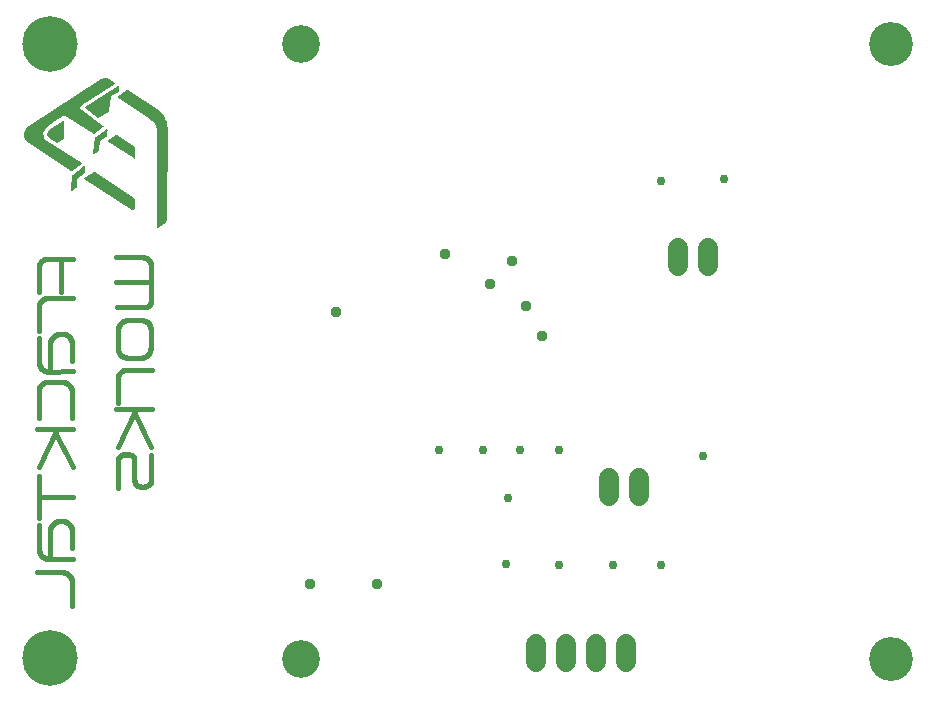
<source format=gbr>
G04 EAGLE Gerber RS-274X export*
G75*
%MOMM*%
%FSLAX34Y34*%
%LPD*%
%INSoldermask Bottom*%
%IPPOS*%
%AMOC8*
5,1,8,0,0,1.08239X$1,22.5*%
G01*
%ADD10C,4.703294*%
%ADD11C,3.712694*%
%ADD12C,3.203194*%
%ADD13C,1.727200*%
%ADD14C,0.406400*%
%ADD15C,0.762000*%
%ADD16C,0.959600*%

G36*
X179343Y552588D02*
X179343Y552588D01*
X179409Y552587D01*
X179431Y552597D01*
X179449Y552599D01*
X179482Y552620D01*
X179541Y552646D01*
X187923Y558488D01*
X187948Y558516D01*
X187980Y558536D01*
X188006Y558579D01*
X188039Y558617D01*
X188049Y558653D01*
X188068Y558685D01*
X188072Y558735D01*
X188086Y558784D01*
X188079Y558820D01*
X188082Y558858D01*
X188063Y558904D01*
X188054Y558954D01*
X188031Y558984D01*
X188017Y559018D01*
X187972Y559062D01*
X187949Y559092D01*
X187931Y559101D01*
X187913Y559119D01*
X158973Y577905D01*
X157876Y578776D01*
X156976Y579825D01*
X156292Y581026D01*
X155848Y582334D01*
X155661Y583703D01*
X155736Y585083D01*
X156072Y586424D01*
X156656Y587676D01*
X157467Y588795D01*
X158483Y589746D01*
X165363Y594600D01*
X172632Y598843D01*
X173214Y599070D01*
X173818Y599160D01*
X174428Y599114D01*
X175011Y598932D01*
X175571Y598607D01*
X198172Y584386D01*
X198232Y584365D01*
X198289Y584337D01*
X198313Y584338D01*
X198335Y584330D01*
X198399Y584338D01*
X198462Y584338D01*
X198486Y584349D01*
X198507Y584352D01*
X198539Y584373D01*
X198594Y584398D01*
X206468Y589986D01*
X206484Y590004D01*
X206505Y590016D01*
X206541Y590068D01*
X206583Y590116D01*
X206589Y590139D01*
X206603Y590159D01*
X206611Y590222D01*
X206628Y590283D01*
X206623Y590307D01*
X206627Y590330D01*
X206607Y590391D01*
X206594Y590453D01*
X206580Y590472D01*
X206572Y590495D01*
X206510Y590562D01*
X206489Y590590D01*
X206481Y590594D01*
X206474Y590602D01*
X187941Y604311D01*
X187465Y604707D01*
X187124Y605179D01*
X186910Y605720D01*
X186838Y606298D01*
X186910Y606876D01*
X187124Y607417D01*
X187465Y607889D01*
X187930Y608276D01*
X216358Y626297D01*
X216382Y626321D01*
X216412Y626338D01*
X216442Y626382D01*
X216479Y626421D01*
X216490Y626453D01*
X216509Y626482D01*
X216516Y626534D01*
X216533Y626585D01*
X216528Y626619D01*
X216533Y626653D01*
X216516Y626704D01*
X216508Y626757D01*
X216489Y626785D01*
X216478Y626818D01*
X216432Y626867D01*
X216410Y626899D01*
X216395Y626908D01*
X216380Y626924D01*
X211554Y630480D01*
X211536Y630488D01*
X211518Y630503D01*
X210490Y631096D01*
X210456Y631106D01*
X210411Y631130D01*
X209277Y631479D01*
X209242Y631481D01*
X209193Y631495D01*
X208010Y631582D01*
X207975Y631577D01*
X207924Y631579D01*
X206751Y631401D01*
X206719Y631388D01*
X206669Y631379D01*
X205564Y630944D01*
X205536Y630924D01*
X205489Y630904D01*
X204514Y630237D01*
X143050Y590616D01*
X143038Y590603D01*
X143019Y590593D01*
X141737Y589573D01*
X141718Y589548D01*
X141682Y589519D01*
X140634Y588260D01*
X140619Y588231D01*
X140590Y588196D01*
X139818Y586750D01*
X139810Y586719D01*
X139789Y586679D01*
X139325Y585108D01*
X139323Y585075D01*
X139311Y585032D01*
X139174Y583399D01*
X139179Y583367D01*
X139176Y583321D01*
X139372Y581695D01*
X139384Y581665D01*
X139390Y581619D01*
X139911Y580066D01*
X139928Y580039D01*
X139943Y579996D01*
X140768Y578580D01*
X140791Y578557D01*
X140814Y578518D01*
X141909Y577299D01*
X141935Y577280D01*
X141966Y577247D01*
X143284Y576274D01*
X143293Y576270D01*
X143301Y576263D01*
X179115Y552641D01*
X179177Y552618D01*
X179236Y552588D01*
X179257Y552588D01*
X179277Y552581D01*
X179343Y552588D01*
G37*
G36*
X252222Y504328D02*
X252222Y504328D01*
X252295Y504325D01*
X252310Y504331D01*
X252323Y504331D01*
X252357Y504350D01*
X252429Y504379D01*
X257509Y507681D01*
X257522Y507695D01*
X257543Y507706D01*
X258595Y508567D01*
X258616Y508594D01*
X258653Y508627D01*
X259493Y509696D01*
X259507Y509727D01*
X259537Y509767D01*
X260123Y510993D01*
X260130Y511027D01*
X260151Y511072D01*
X260456Y512397D01*
X260456Y512431D01*
X260466Y512480D01*
X260476Y513839D01*
X260476Y513840D01*
X260476Y513841D01*
X260730Y588771D01*
X260727Y588783D01*
X260729Y588798D01*
X260534Y591605D01*
X260527Y591628D01*
X260527Y591660D01*
X259927Y594409D01*
X259916Y594431D01*
X259911Y594462D01*
X258919Y597095D01*
X258906Y597115D01*
X258896Y597145D01*
X257532Y599607D01*
X257516Y599625D01*
X257502Y599653D01*
X255797Y601891D01*
X255784Y601901D01*
X255777Y601915D01*
X255768Y601921D01*
X255760Y601933D01*
X253748Y603899D01*
X253727Y603912D01*
X253706Y603935D01*
X251430Y605590D01*
X251422Y605593D01*
X251415Y605600D01*
X227031Y621602D01*
X226971Y621624D01*
X226915Y621653D01*
X226891Y621653D01*
X226868Y621661D01*
X226805Y621655D01*
X226742Y621656D01*
X226717Y621645D01*
X226696Y621643D01*
X226664Y621622D01*
X226609Y621599D01*
X217973Y615757D01*
X217947Y615728D01*
X217914Y615708D01*
X217889Y615666D01*
X217855Y615630D01*
X217844Y615593D01*
X217824Y615559D01*
X217820Y615510D01*
X217806Y615464D01*
X217813Y615425D01*
X217810Y615387D01*
X217828Y615341D01*
X217836Y615293D01*
X217859Y615262D01*
X217873Y615226D01*
X217916Y615184D01*
X217939Y615153D01*
X217958Y615143D01*
X217977Y615124D01*
X246158Y596591D01*
X247753Y595350D01*
X249120Y593883D01*
X250237Y592218D01*
X251075Y590397D01*
X251615Y588465D01*
X251842Y586465D01*
X251842Y504698D01*
X251858Y504627D01*
X251870Y504555D01*
X251878Y504543D01*
X251881Y504529D01*
X251928Y504473D01*
X251969Y504414D01*
X251982Y504407D01*
X251991Y504396D01*
X252058Y504366D01*
X252122Y504331D01*
X252136Y504331D01*
X252150Y504325D01*
X252222Y504328D01*
G37*
G36*
X231550Y519412D02*
X231550Y519412D01*
X231648Y519422D01*
X231975Y519519D01*
X232003Y519535D01*
X232092Y519578D01*
X232366Y519780D01*
X232387Y519805D01*
X232456Y519875D01*
X232645Y520158D01*
X232656Y520189D01*
X232698Y520278D01*
X232779Y520609D01*
X232780Y520645D01*
X232790Y520700D01*
X232790Y529336D01*
X232784Y529363D01*
X232786Y529391D01*
X232764Y529446D01*
X232751Y529505D01*
X232733Y529526D01*
X232723Y529552D01*
X232665Y529609D01*
X232641Y529638D01*
X232630Y529643D01*
X232619Y529654D01*
X199091Y551752D01*
X199037Y551772D01*
X198986Y551800D01*
X198956Y551801D01*
X198929Y551811D01*
X198871Y551805D01*
X198813Y551808D01*
X198781Y551796D01*
X198756Y551793D01*
X198727Y551774D01*
X198678Y551755D01*
X190296Y546421D01*
X190264Y546388D01*
X190226Y546364D01*
X190204Y546327D01*
X190175Y546297D01*
X190161Y546254D01*
X190138Y546215D01*
X190134Y546172D01*
X190121Y546132D01*
X190128Y546087D01*
X190124Y546042D01*
X190140Y546003D01*
X190146Y545961D01*
X190172Y545923D01*
X190189Y545881D01*
X190225Y545846D01*
X190245Y545818D01*
X190268Y545805D01*
X190293Y545781D01*
X230679Y519619D01*
X230706Y519609D01*
X230737Y519588D01*
X231051Y519455D01*
X231083Y519449D01*
X231178Y519425D01*
X231518Y519406D01*
X231550Y519412D01*
G37*
G36*
X202027Y597551D02*
X202027Y597551D01*
X202083Y597555D01*
X202146Y597580D01*
X202189Y597591D01*
X202216Y597610D01*
X202256Y597626D01*
X211146Y602960D01*
X211208Y603014D01*
X211275Y603062D01*
X211292Y603087D01*
X211315Y603108D01*
X211354Y603180D01*
X211400Y603248D01*
X211409Y603281D01*
X211422Y603305D01*
X211429Y603353D01*
X211450Y603428D01*
X212937Y615826D01*
X219410Y619857D01*
X219412Y619858D01*
X219413Y619859D01*
X219444Y619887D01*
X219447Y619888D01*
X219450Y619892D01*
X219495Y619933D01*
X219577Y620007D01*
X219578Y620009D01*
X219579Y620010D01*
X219630Y620109D01*
X219680Y620206D01*
X219681Y620208D01*
X219682Y620210D01*
X219709Y620395D01*
X219709Y624078D01*
X219706Y624098D01*
X219708Y624118D01*
X219686Y624208D01*
X219670Y624299D01*
X219659Y624316D01*
X219655Y624336D01*
X219603Y624412D01*
X219555Y624492D01*
X219540Y624505D01*
X219529Y624521D01*
X219453Y624575D01*
X219381Y624633D01*
X219362Y624640D01*
X219346Y624652D01*
X219256Y624676D01*
X219169Y624705D01*
X219149Y624705D01*
X219129Y624710D01*
X219037Y624701D01*
X218944Y624699D01*
X218926Y624691D01*
X218906Y624689D01*
X218746Y624618D01*
X218737Y624614D01*
X218736Y624614D01*
X218735Y624613D01*
X190795Y606833D01*
X190745Y606788D01*
X190690Y606750D01*
X190664Y606712D01*
X190630Y606681D01*
X190599Y606621D01*
X190561Y606567D01*
X190549Y606522D01*
X190528Y606481D01*
X190520Y606415D01*
X190503Y606350D01*
X190507Y606304D01*
X190502Y606258D01*
X190518Y606193D01*
X190524Y606127D01*
X190544Y606085D01*
X190555Y606040D01*
X190593Y605985D01*
X190622Y605925D01*
X190660Y605887D01*
X190681Y605855D01*
X190714Y605831D01*
X190754Y605791D01*
X201549Y597663D01*
X201599Y597638D01*
X201644Y597604D01*
X201698Y597588D01*
X201749Y597562D01*
X201805Y597556D01*
X201859Y597540D01*
X201916Y597543D01*
X201972Y597537D01*
X202027Y597551D01*
G37*
G36*
X232950Y563257D02*
X232950Y563257D01*
X233019Y563259D01*
X233035Y563268D01*
X233054Y563271D01*
X233111Y563309D01*
X233171Y563342D01*
X233182Y563357D01*
X233197Y563368D01*
X233231Y563428D01*
X233271Y563484D01*
X233275Y563504D01*
X233283Y563518D01*
X233285Y563557D01*
X233298Y563626D01*
X233298Y573024D01*
X233292Y573052D01*
X233294Y573080D01*
X233272Y573135D01*
X233259Y573193D01*
X233241Y573215D01*
X233230Y573241D01*
X233173Y573297D01*
X233149Y573326D01*
X233137Y573331D01*
X233127Y573342D01*
X217633Y583502D01*
X217577Y583522D01*
X217526Y583550D01*
X217497Y583552D01*
X217470Y583561D01*
X217411Y583555D01*
X217352Y583557D01*
X217322Y583545D01*
X217298Y583543D01*
X217268Y583523D01*
X217218Y583504D01*
X209344Y578424D01*
X209311Y578389D01*
X209271Y578362D01*
X209251Y578328D01*
X209224Y578299D01*
X209209Y578253D01*
X209185Y578212D01*
X209183Y578172D01*
X209171Y578134D01*
X209178Y578086D01*
X209175Y578039D01*
X209191Y578002D01*
X209197Y577963D01*
X209225Y577923D01*
X209243Y577879D01*
X209278Y577847D01*
X209296Y577821D01*
X209321Y577807D01*
X209350Y577781D01*
X232718Y563303D01*
X232783Y563281D01*
X232846Y563253D01*
X232864Y563253D01*
X232882Y563247D01*
X232950Y563257D01*
G37*
G36*
X167370Y576343D02*
X167370Y576343D01*
X167417Y576347D01*
X167493Y576379D01*
X167541Y576393D01*
X167560Y576407D01*
X167589Y576419D01*
X172796Y579594D01*
X172802Y579600D01*
X172809Y579603D01*
X172841Y579633D01*
X172874Y579652D01*
X172907Y579693D01*
X172964Y579743D01*
X172968Y579750D01*
X172973Y579755D01*
X172998Y579805D01*
X173015Y579826D01*
X173028Y579863D01*
X173070Y579941D01*
X173071Y579949D01*
X173074Y579956D01*
X173085Y580031D01*
X173087Y580039D01*
X173087Y580047D01*
X173100Y580142D01*
X172973Y594747D01*
X172967Y594779D01*
X172969Y594812D01*
X172960Y594843D01*
X172960Y594851D01*
X172952Y594870D01*
X172946Y594889D01*
X172932Y594967D01*
X172915Y594995D01*
X172905Y595027D01*
X172857Y595091D01*
X172816Y595159D01*
X172790Y595180D01*
X172770Y595206D01*
X172703Y595249D01*
X172640Y595299D01*
X172609Y595309D01*
X172581Y595327D01*
X172503Y595344D01*
X172427Y595369D01*
X172394Y595368D01*
X172362Y595375D01*
X172283Y595364D01*
X172203Y595361D01*
X172173Y595348D01*
X172140Y595343D01*
X172040Y595293D01*
X171996Y595274D01*
X171987Y595266D01*
X171973Y595259D01*
X160670Y587258D01*
X160648Y587236D01*
X160614Y587214D01*
X160017Y586683D01*
X159987Y586643D01*
X159916Y586568D01*
X159463Y585910D01*
X159443Y585864D01*
X159393Y585775D01*
X159110Y585027D01*
X159101Y584978D01*
X159074Y584879D01*
X158978Y584086D01*
X158980Y584036D01*
X158978Y583933D01*
X159074Y583140D01*
X159088Y583092D01*
X159110Y582992D01*
X159393Y582244D01*
X159418Y582201D01*
X159463Y582109D01*
X159916Y581451D01*
X159952Y581415D01*
X160017Y581336D01*
X160614Y580805D01*
X160642Y580788D01*
X160674Y580758D01*
X166897Y576440D01*
X166940Y576421D01*
X166977Y576393D01*
X167041Y576374D01*
X167101Y576347D01*
X167148Y576343D01*
X167193Y576330D01*
X167259Y576335D01*
X167325Y576330D01*
X167370Y576343D01*
G37*
G36*
X179602Y535694D02*
X179602Y535694D01*
X179647Y535691D01*
X179712Y535710D01*
X179780Y535720D01*
X179826Y535743D01*
X179862Y535754D01*
X179895Y535778D01*
X179947Y535805D01*
X183503Y538345D01*
X183522Y538365D01*
X183544Y538378D01*
X183565Y538403D01*
X183597Y538427D01*
X183624Y538469D01*
X183659Y538506D01*
X183673Y538537D01*
X183685Y538552D01*
X183694Y538576D01*
X183719Y538615D01*
X183733Y538673D01*
X183750Y538711D01*
X183752Y538748D01*
X183756Y538760D01*
X183757Y538764D01*
X183757Y538766D01*
X183765Y538797D01*
X184499Y546017D01*
X190758Y550803D01*
X190809Y550859D01*
X190866Y550909D01*
X190884Y550941D01*
X190910Y550969D01*
X190938Y551039D01*
X190974Y551105D01*
X190982Y551147D01*
X190994Y551177D01*
X190995Y551222D01*
X191007Y551290D01*
X191134Y555989D01*
X191127Y556033D01*
X191130Y556078D01*
X191120Y556112D01*
X191120Y556113D01*
X191118Y556117D01*
X191111Y556143D01*
X191100Y556211D01*
X191079Y556250D01*
X191066Y556293D01*
X191025Y556347D01*
X190992Y556407D01*
X190957Y556436D01*
X190930Y556472D01*
X190873Y556509D01*
X190821Y556553D01*
X190779Y556568D01*
X190741Y556593D01*
X190675Y556607D01*
X190611Y556631D01*
X190566Y556630D01*
X190522Y556640D01*
X190454Y556630D01*
X190386Y556630D01*
X190344Y556614D01*
X190300Y556608D01*
X190223Y556569D01*
X190176Y556551D01*
X190159Y556536D01*
X190133Y556523D01*
X180481Y549665D01*
X180436Y549619D01*
X180384Y549581D01*
X180358Y549540D01*
X180324Y549505D01*
X180297Y549446D01*
X180263Y549392D01*
X180249Y549337D01*
X180232Y549300D01*
X180230Y549262D01*
X180217Y549211D01*
X178947Y536384D01*
X178952Y536316D01*
X178948Y536247D01*
X178961Y536205D01*
X178965Y536160D01*
X178993Y536098D01*
X179013Y536033D01*
X179040Y535997D01*
X179059Y535956D01*
X179108Y535908D01*
X179149Y535854D01*
X179187Y535830D01*
X179219Y535798D01*
X179281Y535770D01*
X179338Y535734D01*
X179382Y535724D01*
X179423Y535706D01*
X179491Y535701D01*
X179558Y535687D01*
X179602Y535694D01*
G37*
G36*
X198377Y567189D02*
X198377Y567189D01*
X198421Y567185D01*
X198488Y567202D01*
X198556Y567209D01*
X198603Y567231D01*
X198639Y567241D01*
X198673Y567264D01*
X198726Y567289D01*
X202536Y569829D01*
X202563Y569856D01*
X202594Y569874D01*
X202610Y569894D01*
X202637Y569913D01*
X202664Y569952D01*
X202698Y569985D01*
X202718Y570026D01*
X202735Y570048D01*
X202741Y570066D01*
X202763Y570099D01*
X202778Y570152D01*
X202795Y570187D01*
X202799Y570226D01*
X202814Y570280D01*
X203793Y578239D01*
X208877Y581507D01*
X208924Y581551D01*
X208977Y581587D01*
X209005Y581627D01*
X209041Y581660D01*
X209070Y581718D01*
X209107Y581770D01*
X209124Y581824D01*
X209142Y581861D01*
X209146Y581899D01*
X209162Y581949D01*
X209679Y585482D01*
X209924Y587156D01*
X209921Y587229D01*
X209928Y587301D01*
X209918Y587340D01*
X209916Y587380D01*
X209889Y587448D01*
X209870Y587518D01*
X209847Y587551D01*
X209831Y587588D01*
X209782Y587642D01*
X209740Y587701D01*
X209707Y587724D01*
X209679Y587753D01*
X209615Y587786D01*
X209555Y587827D01*
X209515Y587837D01*
X209480Y587855D01*
X209407Y587864D01*
X209337Y587881D01*
X209297Y587876D01*
X209257Y587881D01*
X209186Y587864D01*
X209114Y587856D01*
X209072Y587836D01*
X209039Y587828D01*
X209002Y587803D01*
X208944Y587776D01*
X199800Y581680D01*
X199755Y581636D01*
X199703Y581600D01*
X199675Y581559D01*
X199638Y581524D01*
X199611Y581468D01*
X199575Y581416D01*
X199559Y581359D01*
X199541Y581322D01*
X199538Y581285D01*
X199523Y581236D01*
X197745Y567901D01*
X197748Y567832D01*
X197742Y567764D01*
X197753Y567721D01*
X197755Y567677D01*
X197782Y567614D01*
X197800Y567547D01*
X197826Y567511D01*
X197843Y567470D01*
X197890Y567420D01*
X197930Y567364D01*
X197967Y567339D01*
X197997Y567307D01*
X198059Y567276D01*
X198115Y567238D01*
X198158Y567227D01*
X198198Y567208D01*
X198267Y567201D01*
X198333Y567184D01*
X198377Y567189D01*
G37*
D10*
X161290Y659892D03*
X161290Y139954D03*
D11*
X873633Y139827D03*
X873506Y659943D03*
D12*
X373634Y659892D03*
X373634Y139827D03*
D13*
X623697Y136576D02*
X623697Y151816D01*
X598297Y151816D02*
X598297Y136576D01*
X572897Y136576D02*
X572897Y151816D01*
X649097Y151816D02*
X649097Y136576D01*
X692912Y472440D02*
X692912Y487680D01*
X718312Y487680D02*
X718312Y472440D01*
X634746Y292354D02*
X634746Y277114D01*
X660146Y277114D02*
X660146Y292354D01*
D14*
X151892Y450342D02*
X151638Y469900D01*
X151638Y470662D01*
X151640Y470846D01*
X151647Y471030D01*
X151658Y471214D01*
X151674Y471397D01*
X151694Y471580D01*
X151718Y471763D01*
X151747Y471945D01*
X151780Y472126D01*
X151818Y472306D01*
X151859Y472486D01*
X151906Y472664D01*
X151956Y472841D01*
X152011Y473017D01*
X152070Y473191D01*
X152133Y473364D01*
X152201Y473535D01*
X152272Y473705D01*
X152348Y473873D01*
X152427Y474039D01*
X152511Y474203D01*
X152598Y474365D01*
X152690Y474525D01*
X152785Y474683D01*
X152884Y474838D01*
X152987Y474991D01*
X153093Y475141D01*
X153203Y475289D01*
X153317Y475434D01*
X153434Y475576D01*
X153554Y475715D01*
X153678Y475851D01*
X153805Y475985D01*
X153935Y476115D01*
X154069Y476242D01*
X154205Y476366D01*
X154344Y476486D01*
X154486Y476603D01*
X154631Y476717D01*
X154779Y476827D01*
X154929Y476933D01*
X155082Y477036D01*
X155237Y477135D01*
X155395Y477230D01*
X155555Y477322D01*
X155717Y477409D01*
X155881Y477493D01*
X156047Y477572D01*
X156215Y477648D01*
X156385Y477719D01*
X156556Y477787D01*
X156729Y477850D01*
X156903Y477909D01*
X157079Y477964D01*
X157256Y478014D01*
X157434Y478061D01*
X157614Y478102D01*
X157794Y478140D01*
X157975Y478173D01*
X158157Y478202D01*
X158340Y478226D01*
X158523Y478246D01*
X158706Y478262D01*
X158890Y478273D01*
X159074Y478280D01*
X159258Y478282D01*
X180594Y478282D01*
X170180Y475996D02*
X170180Y450342D01*
X151638Y437134D02*
X151638Y417576D01*
X151638Y437134D02*
X151640Y437331D01*
X151648Y437529D01*
X151660Y437725D01*
X151676Y437922D01*
X151698Y438118D01*
X151724Y438314D01*
X151755Y438509D01*
X151791Y438703D01*
X151831Y438896D01*
X151876Y439088D01*
X151926Y439279D01*
X151980Y439469D01*
X152039Y439657D01*
X152103Y439844D01*
X152171Y440029D01*
X152243Y440213D01*
X152320Y440394D01*
X152401Y440574D01*
X152487Y440752D01*
X152577Y440928D01*
X152671Y441101D01*
X152770Y441272D01*
X152872Y441441D01*
X152979Y441607D01*
X153089Y441770D01*
X153204Y441931D01*
X153322Y442089D01*
X153444Y442244D01*
X153570Y442396D01*
X153699Y442545D01*
X153832Y442690D01*
X153969Y442833D01*
X154109Y442972D01*
X154252Y443108D01*
X154399Y443240D01*
X154549Y443368D01*
X154701Y443493D01*
X154857Y443614D01*
X155016Y443732D01*
X155177Y443845D01*
X155341Y443954D01*
X155508Y444060D01*
X155678Y444161D01*
X155849Y444258D01*
X156023Y444351D01*
X156200Y444440D01*
X156378Y444525D01*
X156558Y444605D01*
X156740Y444681D01*
X156924Y444752D01*
X157110Y444819D01*
X157297Y444881D01*
X157486Y444939D01*
X157676Y444992D01*
X157867Y445040D01*
X158060Y445084D01*
X158253Y445123D01*
X158447Y445158D01*
X158643Y445187D01*
X158838Y445212D01*
X159035Y445233D01*
X159231Y445248D01*
X159428Y445259D01*
X159626Y445265D01*
X159823Y445266D01*
X160020Y445262D01*
X180594Y445516D01*
X151892Y411226D02*
X151892Y390906D01*
X151894Y390707D01*
X151902Y390509D01*
X151914Y390311D01*
X151931Y390113D01*
X151953Y389915D01*
X151979Y389718D01*
X152011Y389522D01*
X152047Y389327D01*
X152088Y389132D01*
X152133Y388939D01*
X152184Y388747D01*
X152239Y388556D01*
X152299Y388367D01*
X152363Y388179D01*
X152432Y387992D01*
X152505Y387808D01*
X152583Y387625D01*
X152666Y387444D01*
X152752Y387266D01*
X152843Y387089D01*
X152939Y386915D01*
X153038Y386743D01*
X153142Y386573D01*
X153250Y386407D01*
X153362Y386243D01*
X153478Y386081D01*
X153598Y385923D01*
X153721Y385767D01*
X153849Y385615D01*
X153980Y385466D01*
X154115Y385320D01*
X154253Y385177D01*
X154394Y385038D01*
X154540Y384902D01*
X154688Y384770D01*
X154839Y384641D01*
X154994Y384516D01*
X155151Y384395D01*
X155312Y384278D01*
X155475Y384165D01*
X155641Y384056D01*
X155810Y383951D01*
X155981Y383850D01*
X156155Y383754D01*
X156330Y383661D01*
X156509Y383573D01*
X156689Y383489D01*
X156871Y383410D01*
X157055Y383335D01*
X157241Y383265D01*
X157428Y383199D01*
X157617Y383138D01*
X157808Y383082D01*
X157999Y383030D01*
X158192Y382983D01*
X158387Y382941D01*
X158582Y382903D01*
X158777Y382870D01*
X158974Y382842D01*
X159171Y382819D01*
X159369Y382800D01*
X159567Y382787D01*
X159766Y382778D01*
X180848Y383032D01*
X179832Y391922D02*
X179832Y406146D01*
X179829Y406361D01*
X179822Y406577D01*
X179809Y406792D01*
X179790Y407007D01*
X179767Y407221D01*
X179738Y407434D01*
X179704Y407647D01*
X179665Y407859D01*
X179621Y408070D01*
X179572Y408280D01*
X179518Y408488D01*
X179459Y408695D01*
X179395Y408901D01*
X179325Y409105D01*
X179251Y409307D01*
X179172Y409508D01*
X179088Y409706D01*
X179000Y409903D01*
X178906Y410097D01*
X178808Y410289D01*
X178706Y410478D01*
X178598Y410665D01*
X178487Y410849D01*
X178370Y411031D01*
X178250Y411209D01*
X178125Y411385D01*
X177996Y411558D01*
X177863Y411727D01*
X177726Y411893D01*
X177585Y412056D01*
X177439Y412215D01*
X177290Y412371D01*
X177138Y412523D01*
X176982Y412671D01*
X176822Y412816D01*
X176658Y412956D01*
X176492Y413093D01*
X176322Y413225D01*
X176149Y413354D01*
X175973Y413478D01*
X175794Y413598D01*
X175612Y413713D01*
X175427Y413824D01*
X175240Y413931D01*
X175050Y414032D01*
X174857Y414130D01*
X174663Y414222D01*
X174466Y414310D01*
X174267Y414393D01*
X174067Y414472D01*
X173864Y414545D01*
X173660Y414613D01*
X173454Y414677D01*
X173246Y414735D01*
X173038Y414789D01*
X172828Y414837D01*
X172617Y414880D01*
X172405Y414918D01*
X172192Y414951D01*
X171978Y414979D01*
X171764Y415002D01*
X171549Y415019D01*
X171334Y415031D01*
X171118Y415038D01*
X170903Y415040D01*
X170688Y415036D01*
X170443Y415026D01*
X170199Y415010D01*
X169956Y414989D01*
X169713Y414961D01*
X169471Y414927D01*
X169230Y414888D01*
X168989Y414842D01*
X168750Y414791D01*
X168513Y414734D01*
X168276Y414671D01*
X168042Y414603D01*
X167809Y414529D01*
X167578Y414449D01*
X167349Y414363D01*
X167122Y414272D01*
X166897Y414176D01*
X166675Y414074D01*
X166456Y413966D01*
X166239Y413854D01*
X166025Y413736D01*
X165813Y413612D01*
X165605Y413484D01*
X165400Y413351D01*
X165199Y413213D01*
X165001Y413070D01*
X164806Y412922D01*
X164615Y412769D01*
X164428Y412612D01*
X164245Y412450D01*
X164065Y412284D01*
X163890Y412113D01*
X163719Y411939D01*
X163552Y411760D01*
X163390Y411577D01*
X163232Y411390D01*
X163079Y411200D01*
X162931Y411006D01*
X162787Y410808D01*
X162648Y410607D01*
X162514Y410402D01*
X162385Y410194D01*
X162262Y409984D01*
X162143Y409770D01*
X162030Y409553D01*
X161922Y409334D01*
X161819Y409112D01*
X161722Y408888D01*
X161630Y408661D01*
X161544Y408432D01*
X161544Y384810D01*
X151638Y366268D02*
X151638Y343916D01*
X151638Y366268D02*
X151640Y366461D01*
X151647Y366655D01*
X151659Y366848D01*
X151676Y367040D01*
X151697Y367233D01*
X151723Y367424D01*
X151754Y367615D01*
X151789Y367805D01*
X151829Y367995D01*
X151873Y368183D01*
X151922Y368370D01*
X151976Y368556D01*
X152034Y368740D01*
X152097Y368923D01*
X152164Y369104D01*
X152236Y369284D01*
X152312Y369462D01*
X152392Y369638D01*
X152476Y369812D01*
X152565Y369984D01*
X152658Y370153D01*
X152755Y370320D01*
X152856Y370485D01*
X152962Y370648D01*
X153071Y370807D01*
X153184Y370964D01*
X153300Y371119D01*
X153421Y371270D01*
X153545Y371418D01*
X153673Y371563D01*
X153804Y371705D01*
X153939Y371844D01*
X154077Y371980D01*
X154218Y372112D01*
X154362Y372240D01*
X154510Y372365D01*
X154661Y372487D01*
X154814Y372604D01*
X154971Y372718D01*
X155130Y372828D01*
X155291Y372934D01*
X155456Y373036D01*
X155622Y373134D01*
X155791Y373228D01*
X155963Y373318D01*
X156136Y373403D01*
X156312Y373484D01*
X156489Y373561D01*
X156668Y373634D01*
X156849Y373702D01*
X157032Y373766D01*
X157216Y373825D01*
X157402Y373880D01*
X157588Y373930D01*
X157776Y373975D01*
X157965Y374016D01*
X158155Y374053D01*
X158346Y374084D01*
X158538Y374111D01*
X158730Y374134D01*
X158922Y374151D01*
X159115Y374164D01*
X159308Y374172D01*
X159502Y374176D01*
X159695Y374175D01*
X159889Y374169D01*
X160082Y374158D01*
X160274Y374142D01*
X171704Y373888D01*
X171909Y373881D01*
X172114Y373869D01*
X172319Y373852D01*
X172523Y373830D01*
X172727Y373803D01*
X172929Y373771D01*
X173131Y373735D01*
X173332Y373693D01*
X173532Y373646D01*
X173731Y373595D01*
X173929Y373539D01*
X174125Y373478D01*
X174319Y373413D01*
X174512Y373342D01*
X174703Y373267D01*
X174893Y373188D01*
X175080Y373104D01*
X175265Y373015D01*
X175448Y372922D01*
X175629Y372825D01*
X175807Y372723D01*
X175983Y372617D01*
X176156Y372506D01*
X176326Y372392D01*
X176494Y372273D01*
X176659Y372150D01*
X176820Y372024D01*
X176979Y371893D01*
X177134Y371759D01*
X177286Y371621D01*
X177435Y371479D01*
X177580Y371334D01*
X177721Y371185D01*
X177859Y371033D01*
X177993Y370878D01*
X178124Y370719D01*
X178250Y370558D01*
X178373Y370393D01*
X178491Y370225D01*
X178606Y370055D01*
X178716Y369882D01*
X178822Y369706D01*
X178924Y369528D01*
X179021Y369347D01*
X179114Y369164D01*
X179203Y368979D01*
X179287Y368791D01*
X179366Y368602D01*
X179441Y368411D01*
X179511Y368218D01*
X179577Y368023D01*
X179638Y367827D01*
X179693Y367630D01*
X179745Y367431D01*
X179791Y367231D01*
X179832Y367030D01*
X180086Y343916D01*
X166878Y334264D02*
X150622Y334264D01*
X166878Y334264D02*
X180848Y334264D01*
X166878Y334264D02*
X151638Y302260D01*
X180340Y302260D02*
X165862Y331470D01*
X152146Y294640D02*
X152146Y259080D01*
X151892Y276606D02*
X180594Y276606D01*
X151892Y252730D02*
X151892Y232410D01*
X151894Y232211D01*
X151902Y232013D01*
X151914Y231815D01*
X151931Y231617D01*
X151953Y231419D01*
X151979Y231222D01*
X152011Y231026D01*
X152047Y230831D01*
X152088Y230636D01*
X152133Y230443D01*
X152184Y230251D01*
X152239Y230060D01*
X152299Y229871D01*
X152363Y229683D01*
X152432Y229496D01*
X152505Y229312D01*
X152583Y229129D01*
X152666Y228948D01*
X152752Y228770D01*
X152843Y228593D01*
X152939Y228419D01*
X153038Y228247D01*
X153142Y228077D01*
X153250Y227911D01*
X153362Y227747D01*
X153478Y227585D01*
X153598Y227427D01*
X153721Y227271D01*
X153849Y227119D01*
X153980Y226970D01*
X154115Y226824D01*
X154253Y226681D01*
X154394Y226542D01*
X154540Y226406D01*
X154688Y226274D01*
X154839Y226145D01*
X154994Y226020D01*
X155151Y225899D01*
X155312Y225782D01*
X155475Y225669D01*
X155641Y225560D01*
X155810Y225455D01*
X155981Y225354D01*
X156155Y225258D01*
X156330Y225165D01*
X156509Y225077D01*
X156689Y224993D01*
X156871Y224914D01*
X157055Y224839D01*
X157241Y224769D01*
X157428Y224703D01*
X157617Y224642D01*
X157808Y224586D01*
X157999Y224534D01*
X158192Y224487D01*
X158387Y224445D01*
X158582Y224407D01*
X158777Y224374D01*
X158974Y224346D01*
X159171Y224323D01*
X159369Y224304D01*
X159567Y224291D01*
X159766Y224282D01*
X180848Y224536D01*
X179832Y233426D02*
X179832Y247650D01*
X179829Y247865D01*
X179822Y248081D01*
X179809Y248296D01*
X179790Y248511D01*
X179767Y248725D01*
X179738Y248938D01*
X179704Y249151D01*
X179665Y249363D01*
X179621Y249574D01*
X179572Y249784D01*
X179518Y249992D01*
X179459Y250199D01*
X179395Y250405D01*
X179325Y250609D01*
X179251Y250811D01*
X179172Y251012D01*
X179088Y251210D01*
X179000Y251407D01*
X178906Y251601D01*
X178808Y251793D01*
X178706Y251982D01*
X178598Y252169D01*
X178487Y252353D01*
X178370Y252535D01*
X178250Y252713D01*
X178125Y252889D01*
X177996Y253062D01*
X177863Y253231D01*
X177726Y253397D01*
X177585Y253560D01*
X177439Y253719D01*
X177290Y253875D01*
X177138Y254027D01*
X176982Y254175D01*
X176822Y254320D01*
X176658Y254460D01*
X176492Y254597D01*
X176322Y254729D01*
X176149Y254858D01*
X175973Y254982D01*
X175794Y255102D01*
X175612Y255217D01*
X175427Y255328D01*
X175240Y255435D01*
X175050Y255536D01*
X174857Y255634D01*
X174663Y255726D01*
X174466Y255814D01*
X174267Y255897D01*
X174067Y255976D01*
X173864Y256049D01*
X173660Y256117D01*
X173454Y256181D01*
X173246Y256239D01*
X173038Y256293D01*
X172828Y256341D01*
X172617Y256384D01*
X172405Y256422D01*
X172192Y256455D01*
X171978Y256483D01*
X171764Y256506D01*
X171549Y256523D01*
X171334Y256535D01*
X171118Y256542D01*
X170903Y256544D01*
X170688Y256540D01*
X170443Y256530D01*
X170199Y256514D01*
X169956Y256493D01*
X169713Y256465D01*
X169471Y256431D01*
X169230Y256392D01*
X168989Y256346D01*
X168750Y256295D01*
X168513Y256238D01*
X168276Y256175D01*
X168042Y256107D01*
X167809Y256033D01*
X167578Y255953D01*
X167349Y255867D01*
X167122Y255776D01*
X166897Y255680D01*
X166675Y255578D01*
X166456Y255470D01*
X166239Y255358D01*
X166025Y255240D01*
X165813Y255116D01*
X165605Y254988D01*
X165400Y254855D01*
X165199Y254717D01*
X165001Y254574D01*
X164806Y254426D01*
X164615Y254273D01*
X164428Y254116D01*
X164245Y253954D01*
X164065Y253788D01*
X163890Y253617D01*
X163719Y253443D01*
X163552Y253264D01*
X163390Y253081D01*
X163232Y252894D01*
X163079Y252704D01*
X162931Y252510D01*
X162787Y252312D01*
X162648Y252111D01*
X162514Y251906D01*
X162385Y251698D01*
X162262Y251488D01*
X162143Y251274D01*
X162030Y251057D01*
X161922Y250838D01*
X161819Y250616D01*
X161722Y250392D01*
X161630Y250165D01*
X161544Y249936D01*
X161544Y226314D01*
X171704Y212852D02*
X150368Y212852D01*
X171704Y212852D02*
X171904Y212850D01*
X172105Y212842D01*
X172305Y212830D01*
X172504Y212813D01*
X172704Y212791D01*
X172902Y212764D01*
X173100Y212732D01*
X173297Y212695D01*
X173493Y212654D01*
X173688Y212607D01*
X173882Y212556D01*
X174075Y212500D01*
X174266Y212440D01*
X174455Y212375D01*
X174643Y212305D01*
X174829Y212230D01*
X175013Y212151D01*
X175196Y212068D01*
X175376Y211980D01*
X175554Y211888D01*
X175729Y211791D01*
X175902Y211690D01*
X176073Y211585D01*
X176241Y211476D01*
X176406Y211362D01*
X176569Y211245D01*
X176728Y211124D01*
X176885Y210998D01*
X177038Y210869D01*
X177188Y210737D01*
X177335Y210600D01*
X177479Y210460D01*
X177619Y210317D01*
X177755Y210170D01*
X177888Y210020D01*
X178017Y209866D01*
X178142Y209710D01*
X178263Y209551D01*
X178381Y209388D01*
X178494Y209223D01*
X178604Y209055D01*
X178709Y208884D01*
X178810Y208711D01*
X178906Y208535D01*
X178999Y208358D01*
X179087Y208177D01*
X179170Y207995D01*
X179249Y207811D01*
X179323Y207625D01*
X179393Y207437D01*
X179459Y207248D01*
X179519Y207056D01*
X179575Y206864D01*
X179626Y206670D01*
X179672Y206475D01*
X179714Y206279D01*
X179751Y206082D01*
X179782Y205884D01*
X179809Y205686D01*
X179832Y205486D01*
X180086Y184658D01*
X217170Y479552D02*
X239776Y479552D01*
X239943Y479550D01*
X240110Y479544D01*
X240277Y479534D01*
X240443Y479519D01*
X240610Y479501D01*
X240775Y479479D01*
X240940Y479453D01*
X241105Y479422D01*
X241268Y479388D01*
X241431Y479350D01*
X241592Y479307D01*
X241753Y479261D01*
X241912Y479211D01*
X242071Y479157D01*
X242227Y479099D01*
X242383Y479038D01*
X242537Y478972D01*
X242689Y478903D01*
X242839Y478830D01*
X242988Y478754D01*
X243135Y478674D01*
X243279Y478591D01*
X243422Y478503D01*
X243562Y478413D01*
X243701Y478319D01*
X243837Y478222D01*
X243970Y478121D01*
X244101Y478018D01*
X244230Y477911D01*
X244355Y477801D01*
X244479Y477688D01*
X244599Y477572D01*
X244716Y477453D01*
X244831Y477331D01*
X244942Y477207D01*
X245051Y477080D01*
X245156Y476950D01*
X245258Y476818D01*
X245357Y476683D01*
X245453Y476546D01*
X245545Y476406D01*
X245634Y476265D01*
X245719Y476121D01*
X245801Y475975D01*
X245879Y475828D01*
X245954Y475678D01*
X246025Y475527D01*
X246092Y475374D01*
X246156Y475219D01*
X246215Y475063D01*
X246271Y474906D01*
X246323Y474747D01*
X246371Y474587D01*
X246416Y474426D01*
X246456Y474264D01*
X246492Y474101D01*
X246525Y473937D01*
X246553Y473772D01*
X246577Y473607D01*
X246598Y473441D01*
X246614Y473274D01*
X246626Y473108D01*
X246634Y472941D01*
X246638Y472774D01*
X246639Y472607D01*
X246634Y472440D01*
X246634Y442976D01*
X246632Y442825D01*
X246626Y442673D01*
X246616Y442522D01*
X246603Y442371D01*
X246585Y442221D01*
X246564Y442071D01*
X246538Y441921D01*
X246509Y441773D01*
X246476Y441625D01*
X246439Y441478D01*
X246399Y441332D01*
X246354Y441187D01*
X246306Y441043D01*
X246254Y440901D01*
X246199Y440760D01*
X246140Y440620D01*
X246077Y440483D01*
X246011Y440346D01*
X245941Y440212D01*
X245868Y440079D01*
X245792Y439948D01*
X245712Y439820D01*
X245628Y439693D01*
X245542Y439569D01*
X245452Y439447D01*
X245360Y439327D01*
X245264Y439209D01*
X245165Y439095D01*
X245063Y438982D01*
X244958Y438873D01*
X244851Y438766D01*
X244741Y438662D01*
X244628Y438561D01*
X244513Y438463D01*
X244395Y438368D01*
X244275Y438275D01*
X244152Y438186D01*
X244027Y438101D01*
X243900Y438018D01*
X243771Y437939D01*
X243640Y437863D01*
X243506Y437791D01*
X243372Y437722D01*
X243235Y437657D01*
X243097Y437595D01*
X242957Y437536D01*
X242816Y437482D01*
X242673Y437431D01*
X242529Y437383D01*
X242384Y437340D01*
X242238Y437300D01*
X242090Y437264D01*
X241942Y437232D01*
X241794Y437204D01*
X241644Y437179D01*
X241494Y437159D01*
X241343Y437142D01*
X241192Y437129D01*
X241041Y437120D01*
X240890Y437115D01*
X240738Y437114D01*
X240587Y437117D01*
X240435Y437124D01*
X240284Y437134D01*
X217932Y437134D01*
X217424Y458470D02*
X246380Y458470D01*
X227838Y426212D02*
X225298Y426212D01*
X227838Y426212D02*
X239014Y426212D01*
X239188Y426216D01*
X239361Y426215D01*
X239534Y426211D01*
X239707Y426202D01*
X239879Y426189D01*
X240051Y426172D01*
X240223Y426151D01*
X240394Y426125D01*
X240565Y426095D01*
X240735Y426062D01*
X240904Y426024D01*
X241072Y425982D01*
X241238Y425936D01*
X241404Y425885D01*
X241569Y425831D01*
X241732Y425773D01*
X241893Y425711D01*
X242053Y425645D01*
X242212Y425575D01*
X242368Y425502D01*
X242523Y425424D01*
X242676Y425343D01*
X242827Y425258D01*
X242976Y425170D01*
X243122Y425077D01*
X243267Y424982D01*
X243408Y424883D01*
X243548Y424780D01*
X243685Y424674D01*
X243819Y424565D01*
X243951Y424452D01*
X244080Y424337D01*
X244206Y424218D01*
X244329Y424096D01*
X244449Y423972D01*
X244566Y423844D01*
X244680Y423714D01*
X244790Y423581D01*
X244898Y423445D01*
X245002Y423306D01*
X245102Y423166D01*
X245199Y423022D01*
X245293Y422877D01*
X245383Y422729D01*
X245470Y422579D01*
X245553Y422427D01*
X245632Y422273D01*
X245707Y422117D01*
X245779Y421960D01*
X245846Y421800D01*
X245910Y421639D01*
X245970Y421477D01*
X246026Y421313D01*
X246078Y421148D01*
X246126Y420982D01*
X246170Y420814D01*
X246209Y420646D01*
X246245Y420476D01*
X246276Y420306D01*
X246304Y420135D01*
X246327Y419964D01*
X246346Y419792D01*
X246361Y419619D01*
X246371Y419446D01*
X246378Y419273D01*
X246380Y419100D01*
X246380Y402844D01*
X246378Y402642D01*
X246370Y402439D01*
X246358Y402237D01*
X246341Y402036D01*
X246318Y401835D01*
X246291Y401634D01*
X246259Y401434D01*
X246223Y401235D01*
X246181Y401037D01*
X246135Y400840D01*
X246083Y400645D01*
X246027Y400450D01*
X245967Y400257D01*
X245901Y400066D01*
X245831Y399876D01*
X245757Y399688D01*
X245678Y399502D01*
X245594Y399317D01*
X245506Y399135D01*
X245413Y398955D01*
X245316Y398778D01*
X245215Y398602D01*
X245110Y398430D01*
X245000Y398260D01*
X244886Y398092D01*
X244768Y397928D01*
X244647Y397766D01*
X244521Y397608D01*
X244391Y397452D01*
X244258Y397300D01*
X244121Y397151D01*
X243981Y397005D01*
X243837Y396863D01*
X243689Y396724D01*
X243538Y396590D01*
X243384Y396458D01*
X243227Y396331D01*
X243067Y396207D01*
X242904Y396088D01*
X242738Y395972D01*
X242569Y395860D01*
X242397Y395753D01*
X242223Y395650D01*
X242047Y395551D01*
X241868Y395456D01*
X241687Y395366D01*
X241504Y395280D01*
X241318Y395199D01*
X241131Y395122D01*
X240942Y395050D01*
X240751Y394983D01*
X240559Y394920D01*
X240365Y394862D01*
X240170Y394808D01*
X239973Y394760D01*
X239776Y394716D01*
X226314Y394716D01*
X226131Y394718D01*
X225949Y394725D01*
X225766Y394736D01*
X225584Y394752D01*
X225403Y394772D01*
X225222Y394797D01*
X225041Y394826D01*
X224862Y394859D01*
X224683Y394897D01*
X224505Y394939D01*
X224329Y394986D01*
X224153Y395036D01*
X223979Y395092D01*
X223806Y395151D01*
X223635Y395215D01*
X223465Y395282D01*
X223297Y395354D01*
X223131Y395430D01*
X222967Y395510D01*
X222805Y395595D01*
X222645Y395683D01*
X222487Y395775D01*
X222331Y395870D01*
X222178Y395970D01*
X222028Y396073D01*
X221879Y396180D01*
X221734Y396291D01*
X221591Y396405D01*
X221452Y396523D01*
X221315Y396644D01*
X221181Y396768D01*
X221050Y396895D01*
X220922Y397026D01*
X220798Y397160D01*
X220677Y397297D01*
X220559Y397436D01*
X220445Y397579D01*
X220334Y397724D01*
X220227Y397872D01*
X220124Y398023D01*
X220024Y398176D01*
X219928Y398332D01*
X219836Y398489D01*
X219748Y398649D01*
X219664Y398812D01*
X219584Y398976D01*
X219507Y399142D01*
X219435Y399310D01*
X219367Y399479D01*
X219304Y399650D01*
X219244Y399823D01*
X219189Y399997D01*
X219138Y400173D01*
X219091Y400349D01*
X219049Y400527D01*
X219011Y400706D01*
X218977Y400885D01*
X218948Y401066D01*
X218948Y405638D01*
X218948Y418084D01*
X218948Y418338D02*
X218948Y405638D01*
X218948Y418338D02*
X218950Y418532D01*
X218958Y418727D01*
X218969Y418921D01*
X218986Y419115D01*
X219008Y419308D01*
X219034Y419501D01*
X219065Y419693D01*
X219100Y419884D01*
X219140Y420074D01*
X219185Y420263D01*
X219235Y420452D01*
X219289Y420638D01*
X219348Y420824D01*
X219411Y421008D01*
X219478Y421190D01*
X219551Y421371D01*
X219627Y421549D01*
X219708Y421726D01*
X219793Y421901D01*
X219883Y422074D01*
X219977Y422244D01*
X220074Y422412D01*
X220176Y422578D01*
X220282Y422741D01*
X220392Y422901D01*
X220506Y423059D01*
X220624Y423214D01*
X220745Y423366D01*
X220870Y423515D01*
X220999Y423661D01*
X221131Y423803D01*
X221267Y423942D01*
X221406Y424078D01*
X221548Y424211D01*
X221694Y424340D01*
X221843Y424465D01*
X221994Y424587D01*
X222149Y424705D01*
X222307Y424819D01*
X222467Y424929D01*
X222630Y425035D01*
X222795Y425137D01*
X222963Y425235D01*
X223134Y425329D01*
X223306Y425419D01*
X223481Y425505D01*
X223657Y425586D01*
X223836Y425663D01*
X224017Y425735D01*
X224199Y425803D01*
X224383Y425867D01*
X224568Y425926D01*
X224755Y425980D01*
X224943Y426030D01*
X225132Y426075D01*
X225322Y426116D01*
X225513Y426151D01*
X225705Y426183D01*
X225898Y426209D01*
X226091Y426231D01*
X226285Y426248D01*
X226479Y426260D01*
X226673Y426267D01*
X226868Y426270D01*
X227062Y426268D01*
X227257Y426261D01*
X227451Y426249D01*
X227645Y426233D01*
X227838Y426212D01*
X218440Y376174D02*
X218440Y356362D01*
X218440Y376174D02*
X218442Y376378D01*
X218450Y376581D01*
X218462Y376785D01*
X218479Y376987D01*
X218502Y377190D01*
X218529Y377392D01*
X218560Y377593D01*
X218597Y377793D01*
X218639Y377993D01*
X218685Y378191D01*
X218736Y378388D01*
X218792Y378584D01*
X218853Y378778D01*
X218918Y378971D01*
X218988Y379163D01*
X219063Y379352D01*
X219142Y379540D01*
X219226Y379726D01*
X219314Y379909D01*
X219406Y380091D01*
X219503Y380270D01*
X219605Y380447D01*
X219710Y380621D01*
X219820Y380792D01*
X219933Y380961D01*
X220051Y381128D01*
X220173Y381291D01*
X220299Y381451D01*
X220428Y381608D01*
X220562Y381762D01*
X220699Y381913D01*
X220839Y382060D01*
X220983Y382204D01*
X221131Y382344D01*
X221282Y382481D01*
X221436Y382614D01*
X221593Y382744D01*
X221754Y382869D01*
X221917Y382991D01*
X222084Y383108D01*
X222253Y383222D01*
X222425Y383331D01*
X222599Y383436D01*
X222776Y383537D01*
X222955Y383634D01*
X223137Y383726D01*
X223321Y383814D01*
X223506Y383897D01*
X223694Y383976D01*
X223884Y384050D01*
X224075Y384120D01*
X224268Y384185D01*
X224463Y384246D01*
X224659Y384301D01*
X224856Y384352D01*
X225054Y384398D01*
X225254Y384439D01*
X225454Y384476D01*
X225655Y384507D01*
X225857Y384534D01*
X226060Y384556D01*
X247396Y384556D01*
X233680Y351028D02*
X217424Y351028D01*
X233680Y351028D02*
X247650Y351028D01*
X233680Y351028D02*
X218440Y319024D01*
X247142Y319024D02*
X232664Y348234D01*
X218694Y307340D02*
X218948Y284480D01*
X218694Y307340D02*
X218695Y307484D01*
X218699Y307627D01*
X218707Y307771D01*
X218719Y307914D01*
X218735Y308057D01*
X218754Y308199D01*
X218778Y308341D01*
X218805Y308482D01*
X218836Y308623D01*
X218871Y308762D01*
X218910Y308900D01*
X218952Y309038D01*
X218998Y309174D01*
X219048Y309309D01*
X219101Y309442D01*
X219158Y309574D01*
X219219Y309705D01*
X219283Y309834D01*
X219350Y309961D01*
X219421Y310086D01*
X219495Y310209D01*
X219572Y310330D01*
X219653Y310449D01*
X219737Y310566D01*
X219824Y310680D01*
X219914Y310792D01*
X220007Y310902D01*
X220103Y311009D01*
X220201Y311113D01*
X220303Y311215D01*
X220407Y311314D01*
X220514Y311410D01*
X220624Y311503D01*
X220736Y311594D01*
X220850Y311681D01*
X220966Y311765D01*
X221085Y311846D01*
X221206Y311923D01*
X221329Y311998D01*
X221454Y312069D01*
X221581Y312136D01*
X221710Y312200D01*
X221840Y312261D01*
X221972Y312318D01*
X222106Y312372D01*
X222240Y312422D01*
X222376Y312468D01*
X222514Y312511D01*
X222652Y312549D01*
X222792Y312585D01*
X222932Y312616D01*
X223073Y312643D01*
X223215Y312667D01*
X223357Y312687D01*
X223500Y312703D01*
X223643Y312715D01*
X223787Y312724D01*
X223930Y312728D01*
X224074Y312729D01*
X224218Y312725D01*
X224361Y312718D01*
X224505Y312707D01*
X224648Y312692D01*
X224790Y312674D01*
X224958Y312652D01*
X225127Y312634D01*
X225297Y312619D01*
X225466Y312609D01*
X225636Y312603D01*
X225806Y312601D01*
X225976Y312603D01*
X226146Y312609D01*
X226315Y312619D01*
X226485Y312634D01*
X226654Y312652D01*
X226822Y312674D01*
X226962Y312692D01*
X227103Y312707D01*
X227243Y312717D01*
X227385Y312724D01*
X227526Y312727D01*
X227667Y312726D01*
X227808Y312721D01*
X227949Y312712D01*
X228090Y312699D01*
X228230Y312682D01*
X228370Y312662D01*
X228509Y312638D01*
X228648Y312609D01*
X228786Y312577D01*
X228922Y312541D01*
X229058Y312502D01*
X229192Y312458D01*
X229326Y312411D01*
X229457Y312361D01*
X229588Y312306D01*
X229717Y312249D01*
X229844Y312187D01*
X229970Y312122D01*
X230093Y312054D01*
X230215Y311982D01*
X230335Y311907D01*
X230452Y311829D01*
X230568Y311747D01*
X230681Y311662D01*
X230791Y311574D01*
X230900Y311483D01*
X231005Y311390D01*
X231108Y311293D01*
X231209Y311193D01*
X231306Y311091D01*
X231401Y310986D01*
X231492Y310879D01*
X231581Y310769D01*
X231667Y310656D01*
X231749Y310542D01*
X231829Y310425D01*
X231905Y310306D01*
X231977Y310184D01*
X232047Y310061D01*
X232113Y309936D01*
X232175Y309810D01*
X232234Y309681D01*
X232289Y309551D01*
X232341Y309420D01*
X232389Y309287D01*
X232434Y309153D01*
X232474Y309017D01*
X232511Y308881D01*
X232544Y308744D01*
X232574Y308605D01*
X232599Y308466D01*
X232621Y308327D01*
X232639Y308187D01*
X232653Y308046D01*
X232663Y307905D01*
X232669Y307764D01*
X232671Y307623D01*
X232669Y307481D01*
X232664Y307340D01*
X232664Y291084D01*
X232666Y290938D01*
X232672Y290793D01*
X232681Y290648D01*
X232694Y290503D01*
X232712Y290358D01*
X232733Y290214D01*
X232757Y290070D01*
X232786Y289927D01*
X232818Y289785D01*
X232854Y289644D01*
X232893Y289504D01*
X232936Y289365D01*
X232983Y289227D01*
X233034Y289090D01*
X233088Y288955D01*
X233145Y288821D01*
X233206Y288689D01*
X233271Y288559D01*
X233339Y288430D01*
X233410Y288303D01*
X233484Y288178D01*
X233562Y288054D01*
X233643Y287933D01*
X233727Y287814D01*
X233814Y287698D01*
X233905Y287583D01*
X233998Y287472D01*
X234094Y287362D01*
X234193Y287255D01*
X234294Y287151D01*
X234399Y287049D01*
X234506Y286951D01*
X234615Y286855D01*
X234727Y286762D01*
X234842Y286672D01*
X234959Y286584D01*
X235078Y286500D01*
X235199Y286420D01*
X235322Y286342D01*
X235447Y286268D01*
X235574Y286197D01*
X235703Y286129D01*
X235834Y286065D01*
X235966Y286004D01*
X235967Y286004D02*
X236164Y285919D01*
X236364Y285839D01*
X236566Y285763D01*
X236770Y285693D01*
X236975Y285628D01*
X237182Y285567D01*
X237390Y285512D01*
X237600Y285462D01*
X237810Y285416D01*
X238022Y285376D01*
X238235Y285342D01*
X238448Y285312D01*
X238662Y285288D01*
X238877Y285268D01*
X239092Y285254D01*
X239307Y285246D01*
X239522Y285242D01*
X239719Y285244D01*
X239915Y285250D01*
X240111Y285261D01*
X240307Y285276D01*
X240502Y285297D01*
X240697Y285322D01*
X240891Y285352D01*
X241084Y285386D01*
X241277Y285425D01*
X241468Y285468D01*
X241659Y285517D01*
X241848Y285569D01*
X242036Y285627D01*
X242222Y285688D01*
X242407Y285754D01*
X242590Y285825D01*
X242772Y285900D01*
X242952Y285979D01*
X243129Y286063D01*
X243305Y286151D01*
X243478Y286243D01*
X243650Y286339D01*
X243819Y286439D01*
X243985Y286543D01*
X244149Y286652D01*
X244310Y286764D01*
X244469Y286880D01*
X244624Y286999D01*
X244777Y287123D01*
X244927Y287250D01*
X245074Y287381D01*
X245217Y287515D01*
X245357Y287652D01*
X245494Y287793D01*
X245628Y287937D01*
X245758Y288084D01*
X245884Y288234D01*
X246007Y288388D01*
X246126Y288544D01*
X246197Y288643D01*
X246266Y288745D01*
X246331Y288848D01*
X246392Y288953D01*
X246451Y289061D01*
X246506Y289170D01*
X246558Y289280D01*
X246606Y289393D01*
X246651Y289506D01*
X246692Y289621D01*
X246729Y289738D01*
X246763Y289855D01*
X246793Y289973D01*
X246820Y290093D01*
X246842Y290213D01*
X246861Y290333D01*
X246877Y290454D01*
X246888Y290576D01*
X246888Y312166D01*
D15*
X731520Y545846D03*
X678434Y544322D03*
X548894Y275590D03*
X714248Y311150D03*
X559308Y316484D03*
X592074Y316484D03*
X490982Y316484D03*
X527558Y316484D03*
X547370Y219964D03*
X592582Y219456D03*
X638302Y219456D03*
X678942Y218948D03*
D16*
X564430Y438150D03*
X577850Y412750D03*
X552450Y476250D03*
X403606Y433578D03*
X533400Y457200D03*
X495300Y482600D03*
X438150Y203200D03*
X381000Y203200D03*
M02*

</source>
